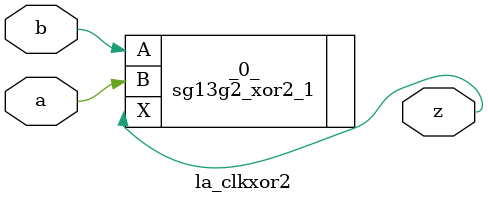
<source format=v>

/* Generated by Yosys 0.44 (git sha1 80ba43d26, g++ 11.4.0-1ubuntu1~22.04 -fPIC -O3) */

(* top =  1  *)
(* src = "inputs/la_clkxor2.v:10.1-20.10" *)
module la_clkxor2 (
    a,
    b,
    z
);
  (* src = "inputs/la_clkxor2.v:13.12-13.13" *)
  input a;
  wire a;
  (* src = "inputs/la_clkxor2.v:14.12-14.13" *)
  input b;
  wire b;
  (* src = "inputs/la_clkxor2.v:15.12-15.13" *)
  output z;
  wire z;
  sg13g2_xor2_1 _0_ (
      .A(b),
      .B(a),
      .X(z)
  );
endmodule

</source>
